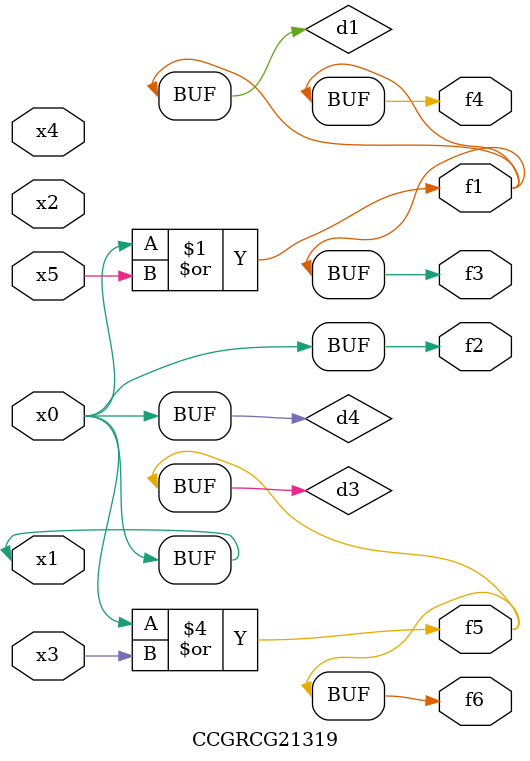
<source format=v>
module CCGRCG21319(
	input x0, x1, x2, x3, x4, x5,
	output f1, f2, f3, f4, f5, f6
);

	wire d1, d2, d3, d4;

	or (d1, x0, x5);
	xnor (d2, x1, x4);
	or (d3, x0, x3);
	buf (d4, x0, x1);
	assign f1 = d1;
	assign f2 = d4;
	assign f3 = d1;
	assign f4 = d1;
	assign f5 = d3;
	assign f6 = d3;
endmodule

</source>
